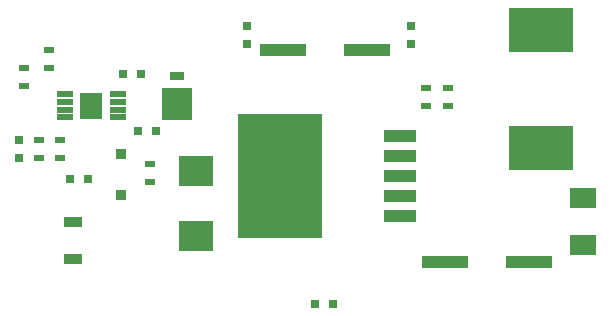
<source format=gtp>
G04 Layer_Color=8421504*
%FSAX25Y25*%
%MOIN*%
G70*
G01*
G75*
%ADD10R,0.05315X0.01969*%
%ADD11R,0.07638X0.08543*%
%ADD12R,0.08504X0.07008*%
%ADD13R,0.03543X0.02362*%
%ADD14R,0.11811X0.09843*%
%ADD15R,0.03740X0.03543*%
%ADD16R,0.10000X0.10512*%
%ADD17R,0.05000X0.03000*%
%ADD18R,0.03150X0.03150*%
%ADD19R,0.06299X0.03543*%
%ADD20R,0.03150X0.03150*%
%ADD21R,0.15748X0.04331*%
%ADD22R,0.21654X0.15157*%
%ADD23R,0.28346X0.41732*%
%ADD24R,0.11024X0.04134*%
D10*
X0400260Y0261161D02*
D03*
Y0263720D02*
D03*
Y0266280D02*
D03*
Y0268839D02*
D03*
X0382740Y0261161D02*
D03*
Y0263720D02*
D03*
Y0266280D02*
D03*
Y0268839D02*
D03*
D11*
X0391500Y0265000D02*
D03*
D12*
X0555500Y0234374D02*
D03*
Y0218626D02*
D03*
D13*
X0377500Y0283453D02*
D03*
Y0277547D02*
D03*
X0381000Y0247547D02*
D03*
Y0253453D02*
D03*
X0374000Y0253453D02*
D03*
Y0247547D02*
D03*
X0369000Y0277500D02*
D03*
Y0271595D02*
D03*
X0503000Y0270953D02*
D03*
Y0265047D02*
D03*
X0510500Y0265047D02*
D03*
Y0270953D02*
D03*
X0411000Y0239547D02*
D03*
Y0245453D02*
D03*
D14*
X0426500Y0243327D02*
D03*
Y0221673D02*
D03*
D15*
X0401500Y0235110D02*
D03*
Y0248890D02*
D03*
D16*
X0420000Y0265744D02*
D03*
D17*
Y0275000D02*
D03*
D18*
X0402047Y0275500D02*
D03*
X0407953D02*
D03*
X0390453Y0240500D02*
D03*
X0384547D02*
D03*
X0412953Y0256500D02*
D03*
X0407047D02*
D03*
X0471953Y0199000D02*
D03*
X0466047D02*
D03*
D19*
X0385500Y0213898D02*
D03*
Y0226102D02*
D03*
D20*
X0367500Y0253453D02*
D03*
Y0247547D02*
D03*
X0498000Y0285547D02*
D03*
Y0291453D02*
D03*
X0443500Y0291453D02*
D03*
Y0285547D02*
D03*
D21*
X0537476Y0213000D02*
D03*
X0509524D02*
D03*
X0455524Y0283500D02*
D03*
X0483476D02*
D03*
D22*
X0541500Y0250913D02*
D03*
Y0290087D02*
D03*
D23*
X0454252Y0241500D02*
D03*
D24*
X0494409Y0254886D02*
D03*
Y0248193D02*
D03*
Y0241500D02*
D03*
Y0234807D02*
D03*
Y0228114D02*
D03*
M02*

</source>
